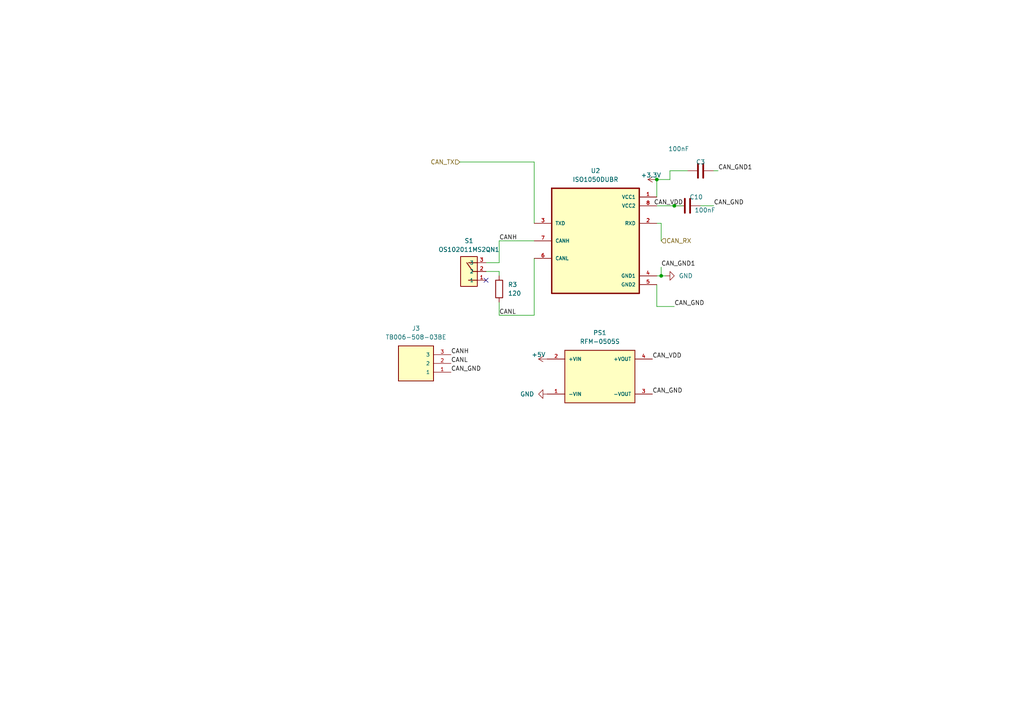
<source format=kicad_sch>
(kicad_sch (version 20230121) (generator eeschema)
  (paper "A4")
  (lib_symbols
    (symbol "Device:C" (pin_numbers hide) (pin_names (offset 0.254))
      (property "Reference" "C" (at 0.635 2.54 0))
      (property "Value" "C" (at 0.635 -2.54 0))
      (symbol "C_0_1"
        (polyline (pts (xy -2.032 -0.762) (xy 2.032 -0.762)) (stroke (width 0.508)))
        (polyline (pts (xy -2.032 0.762) (xy 2.032 0.762)) (stroke (width 0.508)))
      )
      (symbol "C_1_1"
        (pin passive line (at 0 3.81 270) (length 2.794) (name "~") (number "1"))
        (pin passive line (at 0 -3.81 90) (length 2.794) (name "~") (number "2"))
      )
    )
    (symbol "Device:R" (pin_numbers hide) (pin_names (offset 0))
      (property "Reference" "R" (at 2.032 0 90))
      (property "Value" "R" (at 0 0 90))
      (symbol "R_0_1"
        (rectangle (start -1.016 -2.54) (end 1.016 2.54) (stroke (width 0.254)))
      )
      (symbol "R_1_1"
        (pin passive line (at 0 3.81 270) (length 1.27) (name "~") (number "1"))
        (pin passive line (at 0 -3.81 90) (length 1.27) (name "~") (number "2"))
      )
    )
    (symbol "ISO1050DUBR:ISO1050DUBR" (pin_names (offset 1.016))
      (property "Reference" "U" (at -12.7 16.24 0))
      (property "Value" "ISO1050DUBR" (at -12.7 -19.24 0))
      (symbol "ISO1050DUBR_0_0"
        (rectangle (start -12.7 -15.24) (end 12.7 15.24) (stroke (width 0.41)) (fill (type background)))
        (pin power_in line (at 17.78 12.7 180) (length 5.08) (name "VCC1") (number "1"))
        (pin output line (at 17.78 5.08 180) (length 5.08) (name "RXD") (number "2"))
        (pin input line (at -17.78 5.08 0) (length 5.08) (name "TXD") (number "3"))
        (pin power_in line (at 17.78 -10.16 180) (length 5.08) (name "GND1") (number "4"))
        (pin power_in line (at 17.78 -12.7 180) (length 5.08) (name "GND2") (number "5"))
        (pin bidirectional line (at -17.78 -5.08 0) (length 5.08) (name "CANL") (number "6"))
        (pin bidirectional line (at -17.78 0 0) (length 5.08) (name "CANH") (number "7"))
        (pin power_in line (at 17.78 10.16 180) (length 5.08) (name "VCC2") (number "8"))
      )
    )
    (symbol "OS102011MS2QN1:OS102011MS2QN1" (pin_names (offset 1.016))
      (property "Reference" "S" (at -2.5411 5.0822 0))
      (property "Value" "OS102011MS2QN1" (at -2.544 -7.6319 0))
      (symbol "OS102011MS2QN1_0_0"
        (rectangle (start -2.54 -4.318) (end 2.286 4.318) (stroke (width 0.254)) (fill (type background)))
        (polyline (pts (xy -2.54 -2.54) (xy 0 -2.54)) (stroke (width 0.254)))
        (polyline (pts (xy -2.54 0) (xy -1.27 0)) (stroke (width 0.254)))
        (polyline (pts (xy -2.54 2.54) (xy 0 2.54)) (stroke (width 0.254)))
        (polyline (pts (xy -1.27 0) (xy 0.508 -2.54)) (stroke (width 0.254)))
        (pin passive line (at -5.08 2.54 0) (length 2.54) (name "1") (number "1"))
        (pin passive line (at -5.08 0 0) (length 2.54) (name "2") (number "2"))
        (pin passive line (at -5.08 -2.54 0) (length 2.54) (name "3") (number "3"))
      )
    )
    (symbol "RFM-0505S:RFM-0505S" (pin_names (offset 1.016))
      (property "Reference" "PS" (at -10.16 8.89 0))
      (property "Value" "RFM-0505S" (at -10.16 -10.16 0))
      (symbol "RFM-0505S_0_0"
        (rectangle (start -10.16 -7.62) (end 10.16 7.62) (stroke (width 0.254)) (fill (type background)))
        (pin input line (at -15.24 -5.08 0) (length 5.08) (name "-VIN") (number "1"))
        (pin input line (at -15.24 5.08 0) (length 5.08) (name "+VIN") (number "2"))
        (pin output line (at 15.24 -5.08 180) (length 5.08) (name "-VOUT") (number "3"))
        (pin output line (at 15.24 5.08 180) (length 5.08) (name "+VOUT") (number "4"))
      )
    )
    (symbol "TB006-508-03BE:TB006-508-03BE" (pin_names (offset 1.016))
      (property "Reference" "J" (at -5.58 5.08 0))
      (property "Value" "TB006-508-03BE" (at -5.08 -7.62 0))
      (symbol "TB006-508-03BE_0_0"
        (rectangle (start -5.08 -5.08) (end 5.08 5.08) (stroke (width 0.254)) (fill (type background)))
        (pin passive line (at -10.16 2.54 0) (length 5.08) (name "1") (number "1"))
        (pin passive line (at -10.16 0 0) (length 5.08) (name "2") (number "2"))
        (pin passive line (at -10.16 -2.54 0) (length 5.08) (name "3") (number "3"))
      )
    )
    (symbol "power:+3.3V" (power) (pin_names (offset 0))
      (property "Value" "+3.3V" (at 0 3.556 0))
      (symbol "+3.3V_0_1"
        (polyline (pts (xy -0.762 1.27) (xy 0 2.54)))
        (polyline (pts (xy 0 0) (xy 0 2.54)))
        (polyline (pts (xy 0 2.54) (xy 0.762 1.27)))
      )
      (symbol "+3.3V_1_1"
        (pin power_in line (at 0 0 90) (length 0) hide (name "+3.3V") (number "1"))
      )
    )
    (symbol "power:+5V" (power) (pin_names (offset 0))
      (property "Value" "+5V" (at 0 3.556 0))
      (symbol "+5V_0_1"
        (polyline (pts (xy -0.762 1.27) (xy 0 2.54)))
        (polyline (pts (xy 0 0) (xy 0 2.54)))
        (polyline (pts (xy 0 2.54) (xy 0.762 1.27)))
      )
      (symbol "+5V_1_1"
        (pin power_in line (at 0 0 90) (length 0) hide (name "+5V") (number "1"))
      )
    )
    (symbol "power:GND" (power) (pin_names (offset 0))
      (property "Value" "GND" (at 0 -3.81 0))
      (symbol "GND_0_1"
        (polyline (pts (xy 0 0) (xy 0 -1.27) (xy 1.27 -1.27) (xy 0 -2.54) (xy -1.27 -1.27) (xy 0 -1.27)))
      )
      (symbol "GND_1_1"
        (pin power_in line (at 0 0 270) (length 0) hide (name "GND") (number "1"))
      )
    )
  )
  (junction (at 191.77 80.01))
  (junction (at 195.58 59.69))
  (junction (at 190.5 52.07))
  (no_connect (at 140.97 81.28))
  (wire (pts (xy 154.94 46.99) (xy 154.94 64.77)))
  (wire (pts (xy 207.01 49.53) (xy 208.28 49.53)))
  (wire (pts (xy 194.31 52.07) (xy 190.5 52.07)))
  (wire (pts (xy 191.77 64.77) (xy 190.5 64.77)))
  (wire (pts (xy 190.5 59.69) (xy 195.58 59.69)))
  (wire (pts (xy 190.5 57.15) (xy 190.5 52.07)))
  (wire (pts (xy 194.31 49.53) (xy 199.39 49.53)))
  (wire (pts (xy 191.77 80.01) (xy 190.5 80.01)))
  (wire (pts (xy 195.58 88.9) (xy 190.5 88.9)))
  (wire (pts (xy 190.5 88.9) (xy 190.5 82.55)))
  (wire (pts (xy 191.77 69.85) (xy 191.77 64.77)))
  (wire (pts (xy 193.04 80.01) (xy 191.77 80.01)))
  (wire (pts (xy 191.77 77.47) (xy 191.77 80.01)))
  (wire (pts (xy 133.35 46.99) (xy 154.94 46.99)))
  (wire (pts (xy 144.78 78.74) (xy 140.97 78.74)))
  (wire (pts (xy 194.31 49.53) (xy 194.31 52.07)))
  (wire (pts (xy 144.78 87.63) (xy 144.78 91.44)))
  (wire (pts (xy 144.78 69.85) (xy 154.94 69.85)))
  (wire (pts (xy 207.01 59.69) (xy 203.2 59.69)))
  (wire (pts (xy 144.78 78.74) (xy 144.78 80.01)))
  (wire (pts (xy 144.78 76.2) (xy 144.78 69.85)))
  (wire (pts (xy 154.94 74.93) (xy 154.94 91.44)))
  (wire (pts (xy 144.78 91.44) (xy 154.94 91.44)))
  (wire (pts (xy 198.12 59.69) (xy 195.58 59.69)))
  (wire (pts (xy 140.97 76.2) (xy 144.78 76.2)))
  (label "CAN_GND" (at 195.58 88.9 0))
  (label "CAN_GND1" (at 191.77 77.47 0))
  (label "CANL" (at 130.81 105.41 0))
  (label "CANH" (at 144.78 69.85 0))
  (label "CAN_GND" (at 207.01 59.69 0))
  (label "CAN_VDD" (at 189.23 104.14 0))
  (label "CAN_GND1" (at 208.28 49.53 0))
  (label "CANH" (at 130.81 102.87 0))
  (label "CAN_GND" (at 189.23 114.3 0))
  (label "CANL" (at 144.78 91.44 0))
  (label "CAN_GND" (at 130.81 107.95 0))
  (label "CAN_VDD" (at 198.12 59.69 180))
  (hierarchical_label "CAN_RX" (shape input) (at 191.77 69.85 0))
  (hierarchical_label "CAN_TX" (shape input) (at 133.35 46.99 180))
  (symbol (lib_id "ISO1050DUBR:ISO1050DUBR") (at 172.72 69.85 0) (unit 1)
    (property "Reference" "U2" (at 172.72 49.53 0))
    (property "Value" "ISO1050DUBR" (at 172.72 52.07 0))
    (property "Footprint" "ISO1050DUBR:SOP254P1040X485-8N" (effects hide))
    (instances (project "Motor Programmer Rev. 2" (path "" (reference "U2") (unit 1)) (path "" (reference "U1") (unit 1)) (path "" (reference "U2") (unit 1)) (path "" (reference "U4") (unit 1))))
  )
  (symbol (lib_id "Device:R") (at 144.78 83.82 0) (unit 1)
    (property "Reference" "R3" (at 147.32 82.55 0) (effects (justify left)))
    (property "Value" "120" (at 147.32 85.09 0) (effects (justify left)))
    (instances (project "Motor Programmer Rev. 2" (path "" (reference "R3") (unit 1)) (path "" (reference "R3") (unit 1)) (path "" (reference "R6") (unit 1)) (path "" (reference "R7") (unit 1))))
  )
  (symbol (lib_id "power:+5V") (at 158.75 104.14 90) (unit 1)
    (property "Reference" "#PWR030" (effects hide))
    (property "Value" "+5V" (at 156.21 102.87 90))
    (instances (project "Motor Programmer Rev. 2" (path "" (reference "#PWR030") (unit 1)) (path "" (reference "#PWR010") (unit 1)) (path "" (reference "#PWR022") (unit 1)) (path "" (reference "#PWR026") (unit 1))))
  )
  (symbol (lib_id "Device:C") (at 203.2 49.53 90) (unit 1)
    (property "Reference" "C3" (at 203.2 46.99 90))
    (property "Value" "100nF" (at 196.85 43.18 90))
    (instances (project "Motor Programmer Rev. 2" (path "" (reference "C3") (unit 1)) (path "" (reference "C5") (unit 1)) (path "" (reference "C7") (unit 1)) (path "" (reference "C9") (unit 1))))
  )
  (symbol (lib_id "RFM-0505S:RFM-0505S") (at 173.99 109.22 0) (unit 1)
    (property "Reference" "PS1" (at 173.99 96.52 0))
    (property "Value" "RFM-0505S" (at 173.99 99.06 0))
    (property "Footprint" "RFM_0505S:CONV_RFM-0505S" (effects hide))
    (property "PARTREV" "0" (effects hide))
    (property "STANDARD" "Manufacturer Recommendations" (effects hide))
    (property "MAXIMUM_PACKAGE_HEIGHT" "10mm" (effects hide))
    (property "MANUFACTURER" "Recom" (effects hide))
    (instances (project "Motor Programmer Rev. 2" (path "" (reference "PS1") (unit 1)) (path "" (reference "PS2") (unit 1)) (path "" (reference "PS3") (unit 1))))
  )
  (symbol (lib_id "OS102011MS2QN1:OS102011MS2QN1") (at 135.89 78.74 180) (unit 1)
    (property "Reference" "S1" (at 136.017 69.85 0))
    (property "Value" "OS102011MS2QN1" (at 136.017 72.39 0))
    (property "Footprint" "OS102011MS2QN1:SW_OS102011MS2QN1" (effects hide))
    (property "STANDARD" "MANUFACTURER RECOMMENDATIONS" (effects hide))
    (property "MANUFACTURER" "C&K" (effects hide))
    (instances (project "Motor Programmer Rev. 2" (path "" (reference "S1") (unit 1)) (path "" (reference "S1") (unit 1)) (path "" (reference "S2") (unit 1)) (path "" (reference "S4") (unit 1))))
  )
  (symbol (lib_id "power:+3.3V") (at 190.5 52.07 90) (unit 1)
    (property "Reference" "#PWR013" (effects hide))
    (property "Value" "+3.3V" (at 191.77 50.8 90) (effects (justify left)))
    (instances (project "Motor Programmer Rev. 2" (path "" (reference "#PWR013") (unit 1)) (path "" (reference "#PWR013") (unit 1)) (path "" (reference "#PWR024") (unit 1)) (path "" (reference "#PWR028") (unit 1))))
  )
  (symbol (lib_id "power:GND") (at 193.04 80.01 90) (unit 1)
    (property "Reference" "#PWR010" (effects hide))
    (property "Value" "GND" (at 196.85 80.01 90) (effects (justify right)))
    (instances (project "Motor Programmer Rev. 2" (path "" (reference "#PWR010") (unit 1)) (path "" (reference "#PWR021") (unit 1)) (path "" (reference "#PWR025") (unit 1)) (path "" (reference "#PWR029") (unit 1))))
  )
  (symbol (lib_id "Device:C") (at 199.39 59.69 90) (unit 1)
    (property "Reference" "C10" (at 201.93 57.15 90))
    (property "Value" "100nF" (at 204.47 60.96 90))
    (instances (project "Motor Programmer Rev. 2" (path "" (reference "C10") (unit 1)) (path "" (reference "C3") (unit 1)) (path "" (reference "C6") (unit 1)) (path "" (reference "C8") (unit 1))))
  )
  (symbol (lib_id "power:GND") (at 158.75 114.3 270) (unit 1)
    (property "Reference" "#PWR011" (effects hide))
    (property "Value" "GND" (at 154.94 114.3 90) (effects (justify right)))
    (instances (project "Motor Programmer Rev. 2" (path "" (reference "#PWR011") (unit 1)) (path "" (reference "#PWR023") (unit 1)) (path "" (reference "#PWR027") (unit 1))))
  )
  (symbol (lib_id "TB006-508-03BE:TB006-508-03BE") (at 120.65 105.41 180) (unit 1)
    (property "Reference" "J3" (at 120.65 95.25 0))
    (property "Value" "TB006-508-03BE" (at 120.65 97.79 0))
    (property "Footprint" "TB006_508_03BE:CUI_TB006-508-03BE" (effects hide))
    (property "STANDARD" "Manufacturer Recommendations" (effects hide))
    (property "MANUFACTURER" "CUI" (effects hide))
    (instances (project "Motor Programmer Rev. 2" (path "" (reference "J3") (unit 1)) (path "" (reference "J5") (unit 1)) (path "" (reference "J6") (unit 1))))
  )
)
</source>
